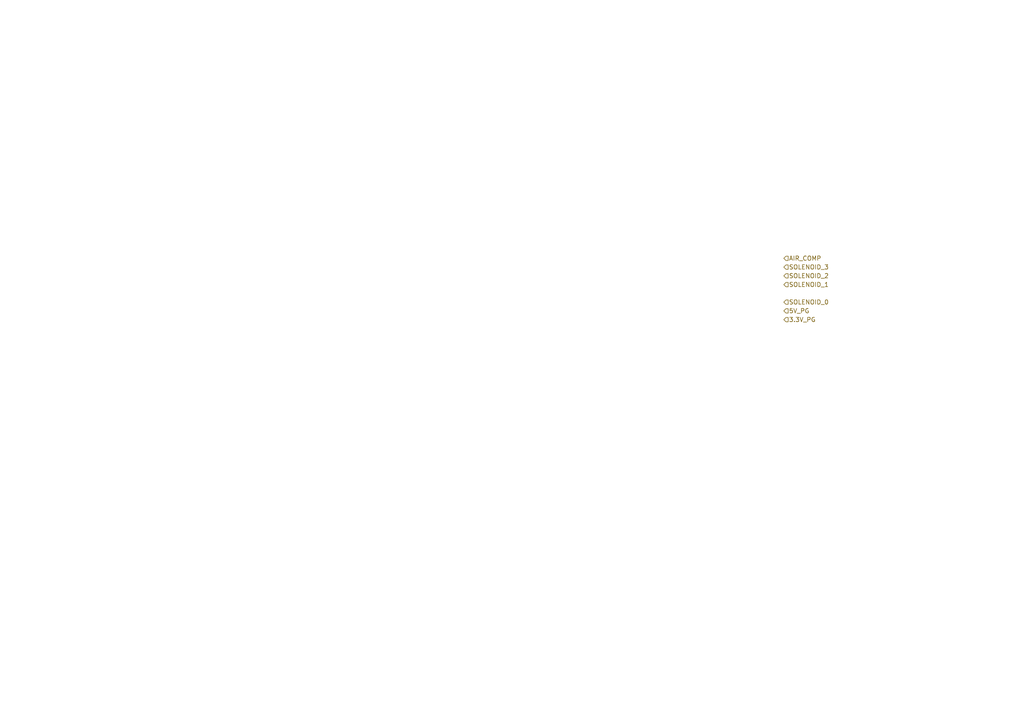
<source format=kicad_sch>
(kicad_sch
	(version 20231120)
	(generator "eeschema")
	(generator_version "8.0")
	(uuid "e7f13e6b-23be-4bb5-8bb5-e64b8d9e75bb")
	(paper "A4")
	(lib_symbols)
	(hierarchical_label "5V_PG"
		(shape input)
		(at 227.33 90.17 0)
		(fields_autoplaced yes)
		(effects
			(font
				(size 1.27 1.27)
			)
			(justify left)
		)
		(uuid "0f9a747c-0155-472b-9980-918cfbca799c")
	)
	(hierarchical_label "SOLENOID_2"
		(shape input)
		(at 227.33 80.01 0)
		(fields_autoplaced yes)
		(effects
			(font
				(size 1.27 1.27)
			)
			(justify left)
		)
		(uuid "1002d9e8-e181-4889-93a4-60c6be4faef5")
	)
	(hierarchical_label "SOLENOID_1"
		(shape input)
		(at 227.33 82.55 0)
		(fields_autoplaced yes)
		(effects
			(font
				(size 1.27 1.27)
			)
			(justify left)
		)
		(uuid "175b5c93-8b25-41b5-81a0-b5ffa5381b75")
	)
	(hierarchical_label "SOLENOID_0"
		(shape input)
		(at 227.33 87.63 0)
		(fields_autoplaced yes)
		(effects
			(font
				(size 1.27 1.27)
			)
			(justify left)
		)
		(uuid "50cd8837-0289-43ca-a24b-909fdbed48a4")
	)
	(hierarchical_label "SOLENOID_3"
		(shape input)
		(at 227.33 77.47 0)
		(fields_autoplaced yes)
		(effects
			(font
				(size 1.27 1.27)
			)
			(justify left)
		)
		(uuid "5d65380d-906e-42c0-8b76-6ea8e8e1b59a")
	)
	(hierarchical_label "3.3V_PG"
		(shape input)
		(at 227.33 92.71 0)
		(fields_autoplaced yes)
		(effects
			(font
				(size 1.27 1.27)
			)
			(justify left)
		)
		(uuid "67bb400a-cfeb-4af9-99ad-5c2a47aeade0")
	)
	(hierarchical_label "AIR_COMP"
		(shape input)
		(at 227.33 74.93 0)
		(fields_autoplaced yes)
		(effects
			(font
				(size 1.27 1.27)
			)
			(justify left)
		)
		(uuid "a5c65467-af47-4a6e-adae-f8cbd349d0ed")
	)
)

</source>
